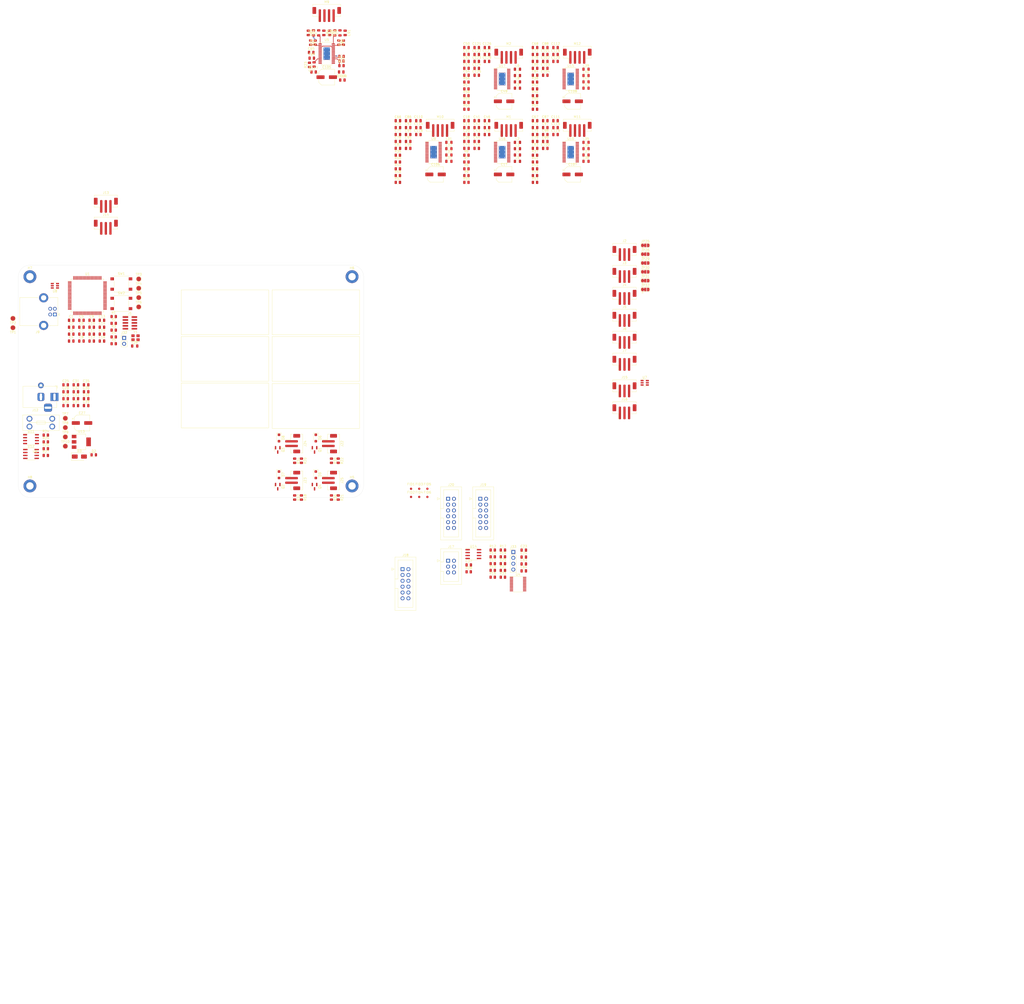
<source format=kicad_pcb>
(kicad_pcb (version 20221018) (generator pcbnew)
  (layers (0 "F.Cu" signal) (1 "In1.Cu" power) (2 "In2.Cu" power) (31 "B.Cu" signal) (34 "B.Paste" user) (35 "F.Paste" user) (36 "B.SilkS" user "B.Silkscreen") (37 "F.SilkS" user "F.Silkscreen") (38 "B.Mask" user) (39 "F.Mask" user) (44 "Edge.Cuts" user))
  (net 0 "")
  (net 1 "GND")
  (net 2 "/Microcontroller/PB14")
  (net 3 "/Microcontroller/PB15")
  (net 4 "/Microcontroller/PD9")
  (net 5 "/Motor control/Motor X/2B")
  (net 6 "/Motor control/Motor X/2A")
  (net 7 "/Motor control/Motor X/1A")
  (net 8 "/Motor control/Motor X/1B")
  (net 9 "/Microcontroller/PB1")
  (net 10 "/Microcontroller/PE7")
  (net 11 "/Microcontroller/PE9")
  (net 12 "/Motor control/Motor Z/2B")
  (net 13 "/Motor control/Motor Z/2A")
  (net 14 "/Motor control/Motor Z/1A")
  (net 15 "/Motor control/Motor Z/1B")
  (net 16 "/Microcontroller/PA4")
  (net 17 "/Microcontroller/PC4")
  (net 18 "+3V3")
  (net 19 "VDC")
  (net 20 "/Microcontroller/PB0")
  (net 21 "/Motor control/Motor left/2B")
  (net 22 "/Motor control/Motor left/2A")
  (net 23 "/Motor control/Motor left/1A")
  (net 24 "/Motor control/Motor left/1B")
  (net 25 "/Microcontroller/PE10")
  (net 26 "/Microcontroller/PE11")
  (net 27 "/Microcontroller/PE13")
  (net 28 "/Motor control/Motor right/2B")
  (net 29 "/Motor control/Motor right/2A")
  (net 30 "/Motor control/Motor right/1A")
  (net 31 "/Motor control/Motor right/1B")
  (net 32 "/Microcontroller/PD7")
  (net 33 "+5V")
  (net 34 "/Microcontroller/PD6")
  (net 35 "/Microcontroller/PA3")
  (net 36 "/Microcontroller/PE14")
  (net 37 "/Microcontroller/PE15")
  (net 38 "/Microcontroller/PB13")
  (net 39 "/Motor control/Motor Y/2B")
  (net 40 "VBUS")
  (net 41 "/Motor control/Motor Y/2A")
  (net 42 "/Motor control/Motor Y/1A")
  (net 43 "/Motor control/Motor Y/1B")
  (net 44 "/Microcontroller/NRST")
  (net 45 "/Microcontroller/BOOT0")
  (net 46 "/Microcontroller/SWCLK")
  (net 47 "/Microcontroller/SWDIO")
  (net 48 "/Limit switches/X")
  (net 49 "/Limit switches/Y")
  (net 50 "/Limit switches/Z")
  (net 51 "/Limit switches/L")
  (net 52 "/Limit switches/R")
  (net 53 "/Limit switches/A")
  (net 54 "/Lighting/DOWNWARDS")
  (net 55 "/Lighting/UPWARDS")
  (net 56 "/Microcontroller/PB10")
  (net 57 "/Microcontroller/PB11")
  (net 58 "/RS485/RS-485-")
  (net 59 "/RS485/RS-485+")
  (net 60 "/Aux headers/SCK")
  (net 61 "Net-(U1-PH0)")
  (net 62 "Net-(U1-PH1)")
  (net 63 "Net-(C30-Pad1)")
  (net 64 "/Aux headers/1_A2")
  (net 65 "/Aux headers/COPI")
  (net 66 "/Aux headers/1_A1")
  (net 67 "/Aux headers/CIPO")
  (net 68 "/Aux headers/1_PWM2")
  (net 69 "/Microcontroller/PB7_I2C1_SDA")
  (net 70 "/Aux headers/1_PWM1")
  (net 71 "/Microcontroller/PB6_I2C1_SCL")
  (net 72 "/Aux headers/2_A2")
  (net 73 "/Aux headers/2_A1")
  (net 74 "/Aux headers/2_PWM2")
  (net 75 "/Aux headers/2_PWM1")
  (net 76 "/Aux headers/3_A2")
  (net 77 "/Aux headers/3_A1")
  (net 78 "/Aux headers/3_PWM2")
  (net 79 "/Aux headers/3_PWM1")
  (net 80 "/Microcontroller/PD8")
  (net 81 "/Microcontroller/PE8")
  (net 82 "/Microcontroller/PC5")
  (net 83 "+3.3VA")
  (net 84 "/Microcontroller/PE12")
  (net 85 "/Microcontroller/PA2")
  (net 86 "/Microcontroller/PB12")
  (net 87 "/Microcontroller/BOOT1")
  (net 88 "/Microcontroller/PE2")
  (net 89 "/Microcontroller/PE3")
  (net 90 "/Microcontroller/PE4")
  (net 91 "/Microcontroller/PE5")
  (net 92 "Net-(U1-VCAP_1)")
  (net 93 "Net-(U1-VCAP_2)")
  (net 94 "Net-(U12-SS)")
  (net 95 "Net-(U12-COMP)")
  (net 96 "Net-(U12-BOOT)")
  (net 97 "Net-(D3-K)")
  (net 98 "Net-(D2-K)")
  (net 99 "Net-(D6-A)")
  (net 100 "Net-(D7-A)")
  (net 101 "Net-(D8-A)")
  (net 102 "Net-(D9-A)")
  (net 105 "/Microcontroller/PA10_USART1_RX")
  (net 106 "/Microcontroller/PA9_USART1_TX")
  (net 107 "/Microcontroller/PD12")
  (net 108 "/Microcontroller/PD11")
  (net 110 "Net-(J15-Pin_1)")
  (net 111 "Net-(J16-Pin_1)")
  (net 112 "/Vacuum sensors/SC1")
  (net 113 "/Vacuum sensors/SD1")
  (net 114 "/Vacuum sensors/SC0")
  (net 115 "/Vacuum sensors/SD0")
  (net 116 "/Power/VIN")
  (net 117 "/Limit switches/X_LIMIT")
  (net 118 "/Limit switches/Y_LIMIT")
  (net 119 "/Limit switches/Z_LIMIT")
  (net 120 "/Limit switches/L_LIMIT")
  (net 121 "/Limit switches/R_LIMIT")
  (net 122 "/Limit switches/A_LIMIT")
  (net 123 "Net-(Q1-G)")
  (net 124 "Net-(Q2-G)")
  (net 125 "Net-(Q3-G)")
  (net 126 "Net-(Q4-G)")
  (net 127 "Net-(U4-_INT1_)")
  (net 128 "/Limit switches/X_DIAG")
  (net 129 "/Limit switches/Y_DIAG")
  (net 130 "/Limit switches/Z_DIAG")
  (net 131 "/Limit switches/L_DIAG")
  (net 132 "/Limit switches/R_DIAG")
  (net 133 "/Limit switches/A_DIAG")
  (net 134 "/Vacuum sensors/SC2")
  (net 135 "/Vacuum sensors/SD2")
  (net 136 "Net-(U4-_INT0_)")
  (net 137 "Net-(U4-_RESET_)")
  (net 138 "/USB/D-")
  (net 139 "/USB/D+")
  (net 140 "/Power/POWER_SUPPLY")
  (net 141 "Net-(U12-VSENSE)")
  (net 142 "Net-(U4-_INT_)")
  (net 143 "Net-(U4-_INT3_)")
  (net 144 "Net-(U4-_INT2_)")
  (net 166 "Net-(U16-CPO)")
  (net 167 "Net-(U16-CPI)")
  (net 168 "Net-(U16-VCP)")
  (net 169 "Net-(U16-5VOUT)")
  (net 170 "Net-(U16-BRB)")
  (net 171 "Net-(U16-BRA)")
  (net 172 "/Motor control/Motor Aux/1B")
  (net 173 "/Motor control/Motor Aux/1A")
  (net 174 "/Motor control/Motor Aux/2A")
  (net 175 "/Motor control/Motor Aux/2B")
  (net 176 "Net-(U17-CPO)")
  (net 177 "Net-(U17-CPI)")
  (net 178 "Net-(U5-VCP)")
  (net 179 "Net-(U9-VCP)")
  (net 180 "Net-(U10-VCP)")
  (net 181 "Net-(U15-VCP)")
  (net 182 "Net-(U5-CPO)")
  (net 183 "Net-(U5-CPI)")
  (net 184 "Net-(U9-CPO)")
  (net 185 "Net-(U9-CPI)")
  (net 186 "Net-(U10-CPO)")
  (net 187 "Net-(U10-CPI)")
  (net 188 "Net-(U15-CPO)")
  (net 189 "Net-(U15-CPI)")
  (net 190 "Net-(U5-5VOUT)")
  (net 191 "Net-(U9-5VOUT)")
  (net 192 "Net-(U10-5VOUT)")
  (net 193 "Net-(U15-5VOUT)")
  (net 194 "Net-(U5-BRB)")
  (net 195 "Net-(U9-BRB)")
  (net 196 "Net-(U10-BRB)")
  (net 197 "Net-(U15-BRB)")
  (net 198 "Net-(U5-BRA)")
  (net 199 "Net-(U9-BRA)")
  (net 200 "Net-(U10-BRA)")
  (net 201 "Net-(U15-BRA)")
  (net 202 "Net-(U17-VCP)")
  (net 203 "Net-(U17-5VOUT)")
  (net 204 "Net-(U17-BRB)")
  (net 205 "Net-(U17-BRA)")
  (net 206 "Net-(U16-OB1)")
  (net 207 "Net-(U16-OA1)")
  (net 208 "Net-(U16-OA2)")
  (net 209 "Net-(U16-OB2)")
  (net 210 "Net-(U17-OB1)")
  (net 211 "Net-(U17-OA1)")
  (net 212 "Net-(U17-OA2)")
  (net 213 "Net-(U17-OB2)")
  (net 214 "Net-(U5-OB1)")
  (net 215 "Net-(U5-OA1)")
  (net 216 "Net-(U5-OA2)")
  (net 217 "Net-(U5-OB2)")
  (net 218 "Net-(U9-OB1)")
  (net 219 "Net-(U9-OA1)")
  (net 220 "Net-(U9-OA2)")
  (net 221 "Net-(U9-OB2)")
  (net 222 "Net-(U10-OB1)")
  (net 223 "Net-(U10-OA1)")
  (net 224 "Net-(U10-OA2)")
  (net 225 "Net-(U10-OB2)")
  (net 226 "Net-(U15-OB1)")
  (net 227 "Net-(U15-OA1)")
  (net 228 "Net-(U15-OA2)")
  (net 229 "Net-(U15-OB2)")
  (net 230 "Net-(U16-PDN_UART)")
  (net 231 "Net-(U5-PDN_UART)")
  (net 232 "Net-(U9-PDN_UART)")
  (net 233 "Net-(U10-PDN_UART)")
  (net 234 "Net-(U15-PDN_UART)")
  (net 235 "Net-(U17-PDN_UART)")
  (footprint "index:L_0805_2012Metric" (layer "F.Cu") (at 246.6825 -76.95)
    (fp_text reference "L42")
    (fp_text value "L_Ferrite")
  )
  (footprint "Capacitor_SMD:C_0805_2012Metric" (layer "F.Cu") (at 24.975 52.035)
    (fp_text reference "C31")
    (fp_text value "22p")
  )
  (footprint "Capacitor_SMD:C_0805_2012Metric" (layer "F.Cu") (at 22.95 33)
    (fp_text reference "C4")
    (fp_text value "10p")
  )
  (footprint "Capacitor_SMD:C_0805_2012Metric" (layer "F.Cu") (at 126 -101 -90)
    (fp_text reference "C92")
    (fp_text value "1n")
  )
  (footprint "Capacitor_SMD:C_0805_2012Metric" (layer "F.Cu") (at 219.6375 132.935)
    (fp_text reference "C64")
    (fp_text value "22u")
  )
  (footprint "Capacitor_SMD:C_0805_2012Metric" (layer "F.Cu") (at 224.5325 -91.61)
    (fp_text reference "C72")
    (fp_text value "22n")
  )
  (footprint "Capacitor_SMD:CP_Elec_6.3x7.7" (layer "F.Cu") (at 134 -81.75)
    (fp_text reference "C105")
    (fp_text value "100u")
  )
  (footprint "Diode_SMD:D_SMA" (layer "F.Cu") (at 26.49 83.225)
    (fp_text reference "D3")
    (fp_text value "SS34")
  )
  (footprint "Resistor_SMD:R_0805_2012Metric" (layer "F.Cu") (at 41.42 22.35)
    (fp_text reference "R1")
    (fp_text value "4k7")
  )
  (footprint "Connector_JST:JST_PH_B4B-PH-SM4-TB_1x04-1MP_P2.00mm_Vertical" (layer "F.Cu") (at 183.2825 -59.05)
    (fp_text reference "M10")
    (fp_text value "Stepper_Motor")
  )
  (footprint "Resistor_SMD:R_0805_2012Metric" (layer "F.Cu") (at 194.7125 -73.7)
    (fp_text reference "R58")
    (fp_text value "20k")
  )
  (footprint "Capacitor_SMD:C_0805_2012Metric" (layer "F.Cu") (at 224.5325 -59.81)
    (fp_text reference "C71")
    (fp_text value "22n")
  )
  (footprint "Fiducial:Fiducial_1mm_Mask2mm" (layer "F.Cu") (at 174.1875 97.225)
    (fp_text reference "FID3")
    (fp_text value "Fiducial")
  )
  (footprint "TestPoint:TestPoint_Pad_D2.0mm" (layer "F.Cu") (at -2.3775 27.2 180)
    (fp_text reference "TP1")
    (fp_text value "MD-_TestPoint")
  )
  (footprint "MountingHole:MountingHole_3.2mm_M3_DIN965_Pad" (layer "F.Cu") (at 5 5)
    (fp_text reference "H7")
    (fp_text value "MountingHole_Pad")
  )
  (footprint "Connector_IDC:IDC-Header_2x06_P2.54mm_Vertical" (layer "F.Cu") (at 166.9525 132.175)
    (fp_text reference "J18")
    (fp_text value "AUX")
  )
  (footprint "Diode_SMD:D_SOD-123F" (layer "F.Cu") (at 129.25 75.15 -90)
    (fp_text reference "D6")
    (fp_text value "SM4007")
  )
  (footprint "Capacitor_SMD:C_0805_2012Metric" (layer "F.Cu") (at 228.9825 -62.82)
    (fp_text reference "C87")
    (fp_text value "100n")
  )
  (footprint "Capacitor_SMD:C_0805_2012Metric" (layer "F.Cu") (at 203.6325 -59.81)
    (fp_text reference "C47")
    (fp_text value "1n")
  )
  (footprint "Resistor_SMD:R_0805_2012Metric" (layer "F.Cu") (at 126.5 -87.0875 90)
    (fp_text reference "R23")
    (fp_text value "10k")
  )
  (footprint "Capacitor_SMD:C_0805_2012Metric" (layer "F.Cu") (at 36.3 33)
    (fp_text reference "C16")
    (fp_text value "100n")
  )
  (footprint "Capacitor_SMD:C_0805_2012Metric" (layer "F.Cu") (at 173.8325 -59.81)
    (fp_text reference "C114")
    (fp_text value "100n")
  )
  (footprint "Capacitor_SMD:C_0805_2012Metric" (layer "F.Cu") (at 194.7325 -62.82)
    (fp_text reference "C18")
    (fp_text value "10u")
  )
  (footprint "index:L_0805_2012Metric" (layer "F.Cu") (at 187.0825 -45.15)
    (fp_text reference "L34")
    (fp_text value "L_Ferrite")
  )
  (footprint "Capacitor_SMD:C_0805_2012Metric" (layer "F.Cu") (at 228.9825 -59.81)
    (fp_text reference "C97")
    (fp_text value "1n")
  )
  (footprint "Capacitor_SMD:C_0805_2012Metric" (layer "F.Cu") (at 29.425 58.055)
    (fp_text reference "C38")
    (fp_text value "22u")
  )
  (footprint "Capacitor_SMD:C_0805_2012Metric" (layer "F.Cu") (at 199.1825 -59.81)
    (fp_text reference "C42")
    (fp_text value "4u7")
  )
  (footprint "TestPoint:TestPoint_Pad_D2.0mm" (layer "F.Cu") (at 20.395 78.725)
    (fp_text reference "TP10")
    (fp_text value "3V3_TestPoint")
  )
  (footprint "Capacitor_SMD:C_0805_2012Metric" (layer "F.Cu") (at 27.4 23.97)
    (fp_text reference "C5")
    (fp_text value "100n")
  )
  (footprint "Fiducial:Fiducial_1mm_Mask2mm" (layer "F.Cu") (at 170.6375 97.225)
    (fp_text reference "FID1")
    (fp_text value "Fiducial")
  )
  (footprint "TestPoint:TestPoint_Pad_D2.0mm" (layer "F.Cu") (at 20.395 66.575)
    (fp_text reference "TP7")
    (fp_text value "GND_TestPoint")
  )
  (footprint "Capacitor_SMD:C_0805_2012Metric" (layer "F.Cu") (at 24.975 55.045)
    (fp_text reference "C32")
    (fp_text value "100n")
  )
  (footprint "Resistor_SMD:R_0805_2012Metric" (layer "F.Cu") (at 41.42 25.3)
    (fp_text reference "R2")
    (fp_text value "4k7")
  )
  (footprint "Capacitor_SMD:C_0805_2012Metric" (layer "F.Cu") (at 20.525 55.045)
    (fp_text reference "C28")
    (fp_text value "10n")
  )
  (footprint "Connector_JST:JST_PH_B3B-PH-SM4-TB_1x03-1MP_P2.00mm_Vertical" (layer "F.Cu") (at 263.4 23.55)
    (fp_text reference "J5")
    (fp_text value "L_LIMIT")
  )
  (footprint "Capacitor_SMD:C_0805_2012Metric" (layer "F.Cu") (at 27.4 33)
    (fp_text reference "C8")
    (fp_text value "100n")
  )
  (footprint "TestPoint:TestPoint_Pad_D2.0mm" (layer "F.Cu") (at 52.29 14.1)
    (fp_text reference "TP5")
    (fp_text value "SWDIO_TestPoint")
  )
  (footprint "Resistor_SMD:R_0805_2012Metric" (layer "F.Cu") (at 224.5125 -67.8)
    (fp_text reference "R54")
    (fp_text value "20k")
  )
  (footprint "index:L_0805_2012Metric" (layer "F.Cu") (at 246.6825 -79.7)
    (fp_text reference "L41")
    (fp_text value "L_Ferrite")
  )
  (footprint "Capacitor_SMD:C_0805_2012Metric" (layer "F.Cu") (at 22.95 29.99)
    (fp_text reference "C3")
    (fp_text value "2u2")
  )
  (footprint "Capacitor_SMD:C_0805_2012Metric" (layer "F.Cu") (at 228.9825 -50.78)
    (fp_text reference "C100")
    (fp_text value "1n")
  )
  (footprint "Capacitor_SMD:C_0805_2012Metric" (layer "F.Cu") (at 20.525 61.065)
    (fp_text reference "C30")
    (fp_text value "2n2")
  )
  (footprint "Capacitor_SMD:C_0805_2012Metric" (layer "F.Cu") (at 203.6325 -62.82)
    (fp_text reference "C46")
    (fp_text value "1n")
  )
  (footprint "Connector_JST:JST_PH_B4B-PH-SM4-TB_1x04-1MP_P2.00mm_Vertical" (layer "F.Cu") (at 213.0825 -90.85)
    (fp_text reference "M2")
    (fp_text value "Stepper_Motor")
  )
  (footprint "Capacitor_SMD:C_0805_2012Metric" (layer "F.Cu") (at 224.5325 -85.59)
    (fp_text reference "C80")
    (fp_text value "100n")
  )
  (footprint "Capacitor_SMD:C_0805_2012Metric" (layer "F.Cu") (at 139.25 -96.75 -90)
    (fp_text reference "C85")
    (fp_text value "100n")
  )
  (footprint "Resistor_SMD:R_0805_2012Metric" (layer "F.Cu") (at 129 -96.75 90)
    (fp_text reference "R39")
    (fp_text value "120m")
  )
  (footprint "Capacitor_SMD:C_0805_2012Metric" (layer "F.Cu") (at 20.525 52.035)
    (fp_text reference "C25")
    (fp_text value "22u")
  )
  (footprint "Connector_IDC:IDC-Header_2x06_P2.54mm_Vertical" (layer "F.Cu") (at 186.7525 101.575)
    (fp_text reference "J20")
    (fp_text value "AUX")
  )
  (footprint "TestPoint:TestPoint_Pad_D2.0mm" (layer "F.Cu") (at 20.395 70.625)
    (fp_text reference "TP8")
    (fp_text value "VDC_TestPoint")
  )
  (footprint "Capacitor_SMD:C_0805_2012Metric" (layer "F.Cu") (at 22.95 23.97)
    (fp_text reference "C1")
    (fp_text value "2u2")
  )
  (footprint "TestPoint:TestPoint_Pad_D2.0mm" (layer "F.Cu") (at 52.29 10.05)
    (fp_text reference "TP4")
    (fp_text value "SWCLK_TestPoint")
  )
  (footprint "Capacitor_SMD:C_0805_2012Metric" (layer "F.Cu") (at 127.5 -90)
    (fp_text reference "C69")
    (fp_text value "22n")
  )
  (footprint "index:L_0805_2012Metric" (layer "F.Cu") (at 216.8825 -47.9)
    (fp_text reference "L4")
    (fp_text value "L_Ferrite")
  )
  (footprint "index:L_0805_2012Metric" (layer "F.Cu") (at 187.0825 -53.4)
    (fp_text reference "L31")
    (fp_text value "L_Ferrite")
  )
  (footprint "Fiducial:Fiducial_1mm_Mask2mm" (layer "F.Cu") (at 170.6375 100.775)
    (fp_text reference "FID2")
    (fp_text value "Fiducial")
  )
  (footprint "Capacitor_SMD:C_0805_2012Metric" (layer "F.Cu") (at 194.7325 -85.59)
    (fp_text reference "C53")
    (fp_text value "100n")
  )
  (footprint "Capacitor_SMD:C_0805_2012Metric" (layer "F.Cu") (at 164.9325 -59.81)
    (fp_text reference "C70")
    (fp_text value "22n")
  )
  (footprint "Connector_JST:JST_PH_B4B-PH-SM4-TB_1x04-1MP_P2.00mm_Vertical" (layer "F.Cu") (at 134 -109)
    (fp_text reference "M9")
    (fp_text value "Stepper_Motor")
  )
  (footprint "Capacitor_SMD:C_0805_2012Metric" (layer "F.Cu") (at 24.975 58.055)
    (fp_text reference "C33")
    (fp_text value "22u")
  )
  (footprint "Capacitor_SMD:C_0805_2012Metric" (layer "F.Cu") (at 164.9325 -62.82)
    (fp_text reference "C66")
    (fp_text value "100n")
  )
  (footprint "Resistor_SMD:R_0805_2012Metric" (layer "F.Cu") (at 41.42 28.25)
    (fp_text reference "R3")
    (fp_text value "10k")
  )
  (footprint "Capacitor_SMD:C_0805_2012Metric" (layer "F.Cu") (at 31.85 26.98)
    (fp_text reference "C10")
    (fp_text value "100n")
  )
  (footprint "Connector_USB:USB_B_Lumberg_2411_02_Horizontal" (layer "F.Cu") (at 15.8275 21.45 180)
    (fp_text reference "J9")
    (fp_text value "USB_B")
  )
  (footprint "Capacitor_SMD:C_0805_2012Metric" (layer "F.Cu") (at 29.425 61.065)
    (fp_text reference "C39")
    (fp_text value "22u")
  )
  (footprint "Capacitor_SMD:CP_Elec_6.3x7.7" (layer "F.Cu") (at 240.8825 -71.25)
    (fp_text reference "C108")
    (fp_text value "100u")
  )
  (footprint "Jumper:SolderJumper-3_P1.3mm_Bridged12_RoundedPad1.0x1.5mm" (layer "F.Cu") (at 272.45 2.905)
    (fp_text reference "JP30")
    (fp_text value "L_LIMIT_SELECT")
  )
  (footprint "Capacitor_SMD:C_0805_2012Metric" (layer "F.Cu") (at 228.9825 -94.62)
    (fp_text reference "C88")
    (fp_text value "100n")
  )
  (footprint "index:L_0805_2012Metric" (layer "F.Cu") (at 216.8825 -50.65)
    (fp_text reference "L3")
    (fp_text value "L_Ferrite")
  )
  (footprint "Connector_IDC:IDC-Header_2x06_P2.54mm_Vertical" (layer "F.Cu") (at 200.7325 101.575)
    (fp_text reference "J19")
    (fp_text value "AUX")
  )
  (footprint "Package_SO:SOIC-8_3.9x4.9mm_P1.27mm" (layer "F.Cu") (at 197.7175 125.625)
    (fp_text reference "U14")
    (fp_text value "MAX3078E")
  )
  (footprint "Capacitor_SMD:C_0805_2012Metric" (layer "F.Cu") (at 29.425 55.045)
    (fp_text reference "C36")
    (fp_text value "22u")
  )
  (footprint "Capacitor_SMD:CP_Elec_6.3x7.7" (layer "F.Cu") (at 27.645 68.625)
    (fp_text reference "C27")
    (fp_text value "100u")
  )
  (footprint "Capacitor_SMD:C_0805_2012Metric" (layer "F.Cu") (at 128.5 -87.25 90)
    (fp_text reference "C73")
    (fp_text value "4u7")
  )
  (footprint "index:L_0805_2012Metric" (layer "F.Cu") (at 246.6825 -47.9)
    (fp_text reference "L37")
    (fp_text value "L_Ferrite")
  )
  (footprint "index:L_0805_2012Metric" (layer "F.Cu") (at 130.5 -101 90)
    (fp_text reference "L27")
    (fp_text value "L_Ferrite")
  )
  (footprint "Capacitor_SMD:C_0805_2012Metric" (layer "F.Cu") (at 199.1825 -50.78)
    (fp_text reference "C45")
    (fp_text value "1n")
  )
  (footprint "Connector_JST:JST_PH_B3B-PH-SM4-TB_1x03-1MP_P2.00mm_Vertical" (layer "F.Cu") (at 38 -26.05)
    (fp_text reference "J13")
    (fp_text value "DOWNWARDS_LIGHT")
  )
  (footprint "Capacitor_SMD:C_0805_2012Metric" (layer "F.Cu") (at 31.85 23.97)
    (fp_text reference "C9")
    (fp_text value "100n")
  )
  (footprint "Capacitor_SMD:C_0805_2012Metric" (layer "F.Cu") (at 228.9825 -82.58)
    (fp_text reference "C104")
    (fp_text value "1n")
  )
  (footprint "Capacitor_SMD:C_0805_2012Metric" (layer "F.Cu") (at 142 -101 -90)
    (fp_text reference "C91")
    (fp_text value "1n")
  )
  (footprint "index:L_0805_2012Metric" (layer "F.Cu") (at 216.8825 -45.15)
    (fp_text reference "L5")
    (fp_text value "L_Ferrite")
  )
  (footprint "Package_TO_SOT_SMD:SOT-23" (layer "F.Cu") (at 112.7 80.315 -90)
    (fp_text reference "Q3")
    (fp_text value "AO3400A")
  )
  (footprint "Resistor_SMD:R_0805_2012Metric" (layer "F.Cu") (at 194.7125 -36)
    (fp_text reference "R55")
    (fp_text value "120m")
  )
  (footprint "Resistor_SMD:R_0805_2012Metric" (layer "F.Cu") (at 194.7125 -44.85)
    (fp_text reference "R7")
    (fp_text value "10k")
  )
  (footprint "Resistor_SMD:R_0805_2012Metric" (layer "F.Cu") (at 194.7125 -41.9)
    (fp_text reference "R8")
    (fp_text value "20k")
  )
  (footprint "Resistor_SMD:R_0805_2012Metric" (layer "F.Cu") (at 224.5125 -79.6)
    (fp_text reference "R38")
    (fp_text value "10k")
  )
  (footprint "Capacitor_SMD:C_0805_2012Metric" (layer "F.Cu") (at 233.4325 -59.81)
    (fp_text reference "C115")
    (fp_text value "100n")
  )
  (footprint "Package_SO:HTSSOP-28-1EP_4.4x9.7mm_P0.65mm_EP2.85x5.4mm_ThermalVias" (layer "F.Cu") (at 240.0325 -49.15)
    (fp_text reference "U10")
    (fp_text value "TMC2226")
  )
  (footprint "Capacitor_SMD:C_0805_2012Metric" (layer "F.Cu") (at 127 -96.75 -90)
    (fp_text reference "C81")
    (fp_text value "100n")
  )
  (footprint "Capacitor_SMD:C_0805_2012Metric" (layer "F.Cu") (at 164.9325 -53.79)
    (fp_text reference "C78")
    (fp_text value "100n")
  )
  (footprint "index:L_0805_2012Metric" (layer "F.Cu") (at 246.6825 -82.45)
    (fp_text reference "L40")
    (fp_text value "L_Ferrite")
  )
  (footprint "Resistor_SMD:R_0805_2012Metric" (layer "F.Cu") (at 41.42 34.15)
    (fp_text reference "R5")
    (fp_text value "10k")
  )
  (footprint "index:L_0805_2012Metric" (layer "F.Cu") (at 216.8825 -85.2)
    (fp_text reference "L6")
    (fp_text value "L_Ferrite")
  )
  (footprint "Capacitor_SMD:C_0805_2012Metric" (layer "F.Cu") (at 36.3 26.98)
    (fp_text reference "C14")
    (fp_text value "2u2")
  )
  (footprint "Package_SO:SO-8_3.9x4.9mm_P1.27mm" (layer "F.Cu") (at 5.475 75.645)
    (fp_text reference "U11")
    (fp_text value "FDS4435BZ")
  )
  (footprint "Diode_SMD:D_SOD-123F" (layer "F.Cu") (at 113.25 91.15 -90)
    (fp_text reference "D7")
    (fp_text value "SM4007")
  )
  (footprint "Button_Switch_SMD:SW_SPST_B3S-1000" (layer "F.Cu") (at 44.74 16.65)
    (fp_text reference "SW2")
    (fp_text value "SW_Push")
  )
  (footprint "Capacitor_SMD:CP_Elec_6.3x7.7" (layer "F.Cu") (at 211.0825 -39.45)
    (fp_text reference "C17")
    (fp_text value "100u")
  )
  (footprint "Resistor_SMD:R_0805_2012Metric" (layer "F.Cu") (at 206.1475 129.775)
    (fp_text reference "R14")
    (fp_text value "10k")
  )
  (footprint "TestPoint:TestPoint_Pad_D2.0mm" (layer "F.Cu") (at 52.29 18.15)
    (fp_text reference "TP6")
    (fp_text value "BOOT0_TestPoint")
  )
  (footprint "Capacitor_SMD:C_0805_2012Metric" (layer "F.Cu") (at 195.7175 130.355)
    (fp_text reference "C37")
    (fp_text value "100n")
  )
  (footprint "Resistor_SMD:R_0805_2012Metric" (layer "F.Cu") (at 224.5125 -38.95)
    (fp_text reference "R49")
    (fp_text value "1k")
  )
  (footprint "Resistor_SMD:R_0805_2012Metric" (layer "F.Cu") (at 194.7125 -79.6)
    (fp_text reference "R56")
    (fp_text value "1k")
  )
  (footprint "Connector_JST:JST_PH_B2B-PH-SM4-TB_1x02-1MP_P2.00mm_Vertical" (layer "F.Cu") (at 119.2 77.605 -90)
    (fp_text reference "J24")
    (fp_text value "Mosfet")
  )
  (footprint "index:L_0805_2012Metric" (layer "F.Cu") (at 50.55 35.15)
    (fp_text reference "L26")
    (fp_text value "L_Ferrite")
  )
  (footprint "Resistor_SMD:R_0805_2012Metric" (layer "F.Cu") (at 210.5575 129.775)
    (fp_text reference "R29")
    (fp_text value "10k")
  )
  (footprint "Resistor_SMD:R_0805_2012Metric" (layer "F.Cu") (at 224.5125 -41.9)
    (fp_text reference "R45")
    (fp_text value "120m")
  )
  (footprint "Package_SO:HTSSOP-28-1EP_4.4x9.7mm_P0.65mm_EP2.85x5.4mm_ThermalVias" (layer "F.Cu") (at 210.2325 -80.95)
    (fp_text reference "U17")
    (fp_text value "TMC2226")
  )
  (footprint "Capacitor_SMD:C_0805_2012Metric" (layer "F.Cu") (at 27.4 29.99)
    (fp_text reference "C7")
    (fp_text value "2u2")
  )
  (footprint "Connector_JST:JST_PH_B3B-PH-SM4-TB_1x03-1MP_P2.00mm_Vertical" (layer "F.Cu") (at 263.4 42.65)
    (fp_text reference "J7")
    (fp_text value "A_LIMIT")
  )
  (footprint "Capacitor_SMD:C_0805_2012Metric" (layer "F.Cu") (at 199.1825 -56.8)
    (fp_text reference "C43")
    (fp_text value "100n")
  )
  (footprint "Capacitor_SMD:C_0805_2012Metric" (layer "F.Cu") (at 140.3 -84 180)
    (fp_text reference "C113")
    (fp_text value "100n")
  )
  (footprint "Capacitor_SMD:C_0805_2012Metric" (layer "F.Cu") (at 199.1825 -91.61)
    (fp_text reference "C122")
    (fp_text value "4u7")
  )
  (footprint "Capacitor_SMD:C_0805_2012Metric" (layer "F.Cu") (at 128.3 -84)
    (fp_text reference "C117")
    (fp_text value "10u")
  )
  (footprint "Connector_JST:JST_PH_B4B-PH-SM4-TB_1x04-1MP_P2.00mm_Vertical" (layer "F.Cu") (at 213.0825 -59.05)
    (fp_text reference "M1")
    (fp_text value "Stepper_Motor")
  )
  (footprint "Capacitor_SMD:C_0805_2012Metric" (layer "F.Cu") (at 20.525 58.055)
    (fp_text reference "C29")
    (fp_text value "10n")
  )
  (footprint "Capacitor_SMD:C_0805_2012Metric" (layer "F.Cu") (at 194.7325 -56.8)
    (fp_text reference "C20")
    (fp_text value "100n")
  )
  (footprint "Capacitor_SMD:C_0805_2012Metric" (layer "F.Cu") (at 228.9825 -85.59)
    (fp_text reference "C103")
    (fp_text value "1n")
  )
  (footprint "Capacitor_SMD:CP_Elec_6.3x7.7" (layer "F.Cu") (at 240.8825 -39.45)
    (fp_text reference "C107")
    (fp_text value "100u")
  )
  (footprint "Capacitor_SMD:C_0805_2012Metric" (layer "F.Cu") (at 169.3825 -59.81)
    (fp_text reference "C93")
    (fp_text value "1n")
  )
  (footprint "Connector_JST:JST_PH_B4B-PH-SM4-TB_1x04-1MP_P2.00mm_Vertical" (layer "F.Cu") (at 242.8825 -90.85)
    (fp_text reference "M12")
    (fp_text value "Stepper_Motor")
  )
  (footprint "Package_TO_SOT_SMD:SOT-23-6" (layer "F.Cu") (at 15.8625 8.95 180)
    (fp_text reference "U8")
    (fp_text value "SRV05-4")
  )
  (footprint "Capacitor_SMD:C_0805_2012Metric" (layer "F.Cu") (at 228.9825 -91.61)
    (fp_text reference "C101")
    (fp_text value "1n")
  )
  (footprint "Capacitor_SMD:C_0805_2012Metric" (layer "F.Cu") (at 36.3 23.97)
    (fp_text reference "C13")
    (fp_text value "100n")
  )
  (footprint "Capacitor_SMD:C_0805_2012Metric" (layer "F.Cu") (at 173.8325 -56.8)
    (fp_text reference "C118")
    (fp_text value "10u")
  )
  (footprint "Resistor_SMD:R_0805_2012Metric" (layer "F.Cu") (at 206.1475 123.875)
    (fp_text reference "R12")
    (fp_text value "4k7")
  )
  (footprint "Connector_PinHeader_1.27mm:PinHeader_2x05_P1.27mm_Vertical_SMD" (layer "F.Cu") (at 48.45 25.1)
    (fp_text reference "J1")
    (fp_text value "SWD Header")
  )
  (footprint "Capacitor_SMD:C_0805_2012Metric" (layer "F.Cu") (at 22.95 26.98)
    (fp_text reference "C2")
    (fp_text value "10p")
  )
  (footprint "Capacitor_SMD:C_0805_2012Metric" (layer "F.Cu") (at 199.1825 -85.59)
    (fp_text reference "C124")
    (fp_text value "100n")
  )
  (footprint "Resistor_SMD:R_0805_2012Metric" (layer "F.Cu") (at 164.9125 -44.85)
    (fp_text reference "R40")
    (fp_text value "120m")
  )
  (footprint "Resistor_SMD:R_0805_2012Metric" (layer "F.Cu") (at 11.905 82.745)
    (fp_text reference "R27")
    (fp_text value "1k91")
  )
  (footprint "Capacitor_SMD:C_0805_2012Metric" (layer "F.Cu") (at 127.25 -92.5)
    (fp_text reference "C65")
    (fp_text value "100n")
  )
  (footprint "Capacitor_SMD:C_0805_2012Metric" (layer "F.Cu") (at 233.4325 -94.62)
    (fp_text reference "C112")
    (fp_text value "100n")
  )
  (footprint "Resistor_SMD:R_0805_2012Metric" (layer "F.Cu") (at 224.5125 -70.75)
    (fp_text reference "R50")
    (fp_text value "1k")
  )
  (footprint "Resistor_SMD:R_0805_2012Metric" (layer "F.Cu") (at 224.5125 -44.85)
    (fp_text reference "R41")
    (fp_text value "120m")
  )
  (footprint "Capacitor_SMD:C_0805_2012Metric" (layer "F.Cu") (at 169.3825 -56.8)
    (fp_text reference "C94")
    (fp_text value "1n")
  )
  (footprint "Resistor_SMD:R_0805_2012Metric" (layer "F.Cu") (at 206.1475 132.725)
    (fp_text reference "R15")
    (fp_text value "4k7")
  )
  (footprint "Resistor_SMD:R_0805_2012Metric" (layer "F.Cu") (at 224.5125 -36)
    (fp_text reference "R53")
    (fp_text value "20k")
  )
  (footprint "Resistor_SMD:R_0805_2012Metric" (layer "F.Cu") (at 164.9125 -47.8)
    (fp_text reference "R35")
    (fp_text value "10k")
  )
  (footprint "Resistor_SMD:R_0805_2012Metric" (layer "F.Cu") (at 164.9125 -38.95)
    (fp_text reference "R48")
    (fp_text value "1k")
  )
  (footprint "Capacitor_SMD:C_0805_2012Metric" (layer "F.Cu") (at 27.4 26.98)
    (fp_text reference "C6")
    (fp_text value "2u2")
  )
  (footprint "Connector_PinHeader_2.54mm:PinHeader_1x04_P2.54mm_Vertical" (layer "F.Cu") (at 215.0875 124.725)
    (fp_text reference "J33")
    (fp_text value "I2C_AUX")
  )
  (footprint "index:L_0805_2012Metric" (layer "F.Cu") (at 246.6825 -53.4)
    (fp_text reference "L35")
    (fp_text value "L_Ferrite")
  )
  (footprint "Resistor_SMD:R_0805_2012Metric" (layer "F.Cu") (at 139 101.035 -90)
    (fp_text reference "R21")
    (fp_text value "120R")
  )
  (footprint "Fiducial:Fiducial_1mm_Mask2mm" (layer "F.Cu") (at 174.1875 100.775)
    (fp_text reference "FID4")
    (fp_text value "Fiducial")
  )
  (footprint "LED_SMD:LED_0805_2012Metric" (layer "F.Cu") (at 32.755 82.47)
    (fp_text reference "D2")
    (fp_text value "Yellow")
  )
  (footprint "Capacitor_SMD:C_0805_2012Metric" (layer "F.Cu") (at 228.9825 -88.6)
    (fp_text reference "C102")
    (fp_text value "1n")
  )
  (footprint "Capacitor_SMD:C_0805_2012Metric" (layer "F.Cu") (at 132.75 -101 -90)
    (fp_text reference "C89")
    (fp_text value "1n")
  )
  (footprint "Capacitor_SMD:C_0805_2012Metric" (layer "F.Cu") (at 224.5325 -94.62)
    (fp_text reference "C68")
    (fp_text value "100n")
  )
  (footprint "Capacitor_SMD:C_0805_2012Metric" (layer "F.Cu") (at 24.975 61.065)
    (fp_text reference "C34")
    (fp_text value "22u")
  )
  (footprint "Connector_JST:JST_PH_B3B-PH-SM4-TB_1x03-1MP_P2.00mm_Vertical" (layer "F.Cu") (at 263.4 -5.1)
    (fp_text reference "J2")
    (fp_text value "X_LIMIT")
  )
  (footprint "Capacitor_SMD:C_0805_2012Metric" (layer "F.Cu") (at 169.3825 -53.79)
    (fp_text reference "C95")
    (fp_text value "1n")
  )
  (footprint "Connector_JST:JST_PH_B2B-PH-SM4-TB_1x02-1MP_P2.00mm_Vertical" (layer "F.Cu") (at 135.2 77.605 -90)
    (fp_text reference "J22")
    (fp_text value "Mosfet")
  )
  (footprint "Capacitor_SMD:C_0805_2012Metric" (layer "F.Cu") (at 219.6375 123.905)
    (fp_text reference "C23")
    (fp_text value "100n")
  )
  (footprint "Resistor_SMD:R_0805_2012Metric" (layer "F.Cu") (at 139 85.035 -90)
    (fp_text reference "R22")
    (fp_text value "120R")
  )
  (footprint "Capacitor_SMD:C_0805_2012Metric" (layer "F.Cu") (at 194.7325 -88.6)
    (fp_text reference "C52")
    (fp_text value "100n")
  )
  (footprint "Capacitor_SMD:C_0805_2012Metric" (layer "F.Cu") (at 228.9825 -56.8)
    (fp_text reference "C98")
    (fp_text value "1n")
  )
  (footprint "Capacitor_SMD:C_0805_2012Metric" (layer "F.Cu") (at 203.6325 -56.8)
    (fp_text reference "C48")
    (fp_text value "1n")
  )
  (footprint "Package_TO_SOT_SMD:SOT-23" (layer "F.Cu") (at 128.7 96.315 -90)
    (fp_text reference "Q4")
    (fp_text value "AO3400A")
  )
  (footprint "index:L_0805_2012Metric" (layer "F.Cu") (at 246.6825 -45.15)
    (fp_text reference "L38")
    (fp_text value "L_Ferrite")
  )
  (footprint "Capacitor_SMD:C_0805_2012Metric" (layer "F.Cu") (at 29.425 52.035)
    (fp_text reference "C35")
    (fp_text value "22u")
  )
  (footprint "index:L_0805_2012Metric" (layer "F.Cu") (at 246.6825 -50.65)
    (fp_text reference "L36")
    (fp_text value "L_Ferrite")
  )
  (footprint "Package_TO_SOT_SMD:SOT-23" (layer "F.Cu") (at 128.7 80.315 -90)
    (fp_text reference "Q1")
    (fp_text value "AO3400A")
  )
  (footprint "Capacitor_SMD:C_0805_2012Metric" (layer "F.Cu") (at 219.6375 129.925)
    (fp_text reference "C63")
    (fp_text value "100n")
  )
  (footprint "index:L_0805_2012Metric" (layer "F.Cu") (at 216.8825 -76.95)
    (fp_text reference "L9")
    (fp_text value "L_Ferrite")
  )
  (footprint "Resistor_SMD:R_0805_2012Metric" (layer "F.Cu") (at 120.05 85.035 -90)
    (fp_text reference "R34")
    (fp_text value "10k")
  )
  (footprint "Jumper:SolderJumper-3_P1.3mm_Bridged12_RoundedPad1.0x1.5mm" (layer "F.Cu") (at 272.45 6.74)
    (fp_text reference "JP31")
    (fp_text value "R_LIMIT_SELECT")
  )
  (footprint "Capacitor_SMD:C_0805_2012Metric" (layer "F.Cu") (at 199.1825 -88.6)
    (fp_text reference "C123")
    (fp_text value "100n")
  )
  (footprint "MountingHole:MountingHole_3.2mm_M3_DIN965_Pad" (layer "F.Cu") (at 145 96)
    (fp_text reference "H5")
    (fp_text value "MountingHole_Pad")
  )
  (footprint "Capacitor_SMD:C_0805_2012Metric" (layer "F.Cu") (at 224.5325 -50.78)
    (fp_text reference "C83")
    (fp_text value "100n")
  )
  (footprint "Resistor_SMD:R_0805_2012Metric" (layer "F.Cu") (at 120.05 101.035 -90)
    (fp_text reference "R32")
    (fp_text value "10k")
  )
  (footprint "Capacitor_SMD:C_0805_2012Metric" (layer "F.Cu") (at 169.3825 -62.82)
    (fp_text reference "C86")
    (fp_text value "100n")
  )
  (footprint "Connector_JST:JST_PH_B3B-PH-SM4-TB_1x03-1MP_P2.00mm_Vertical" (layer "F.Cu") (at 263.4 14)
    (fp_text reference "J4")
    (fp_text value "Z_LIMIT")
  )
  (footprint "Capacitor_SMD:C_0805_2012Metric" (layer "F.Cu") (at 194.7325 -53.79)
    (fp_text reference "C26")
    (fp_text value "100n")
  )
  (footprint "Resistor_SMD:R_0805_2012Metric" (layer "F.Cu") (at 140.4125 -88.75)
    (fp_text reference "R51")
    (fp_text value "20k")
  )
  (footprint "Package_TO_SOT_SMD:SOT-23-6" (layer "F.Cu") (at 272.2 51.15)
    (fp_text reference "U7")
    (fp_text value "SN74LVC2G34")
  )
  (footprint "Capacitor_SMD:C_0805_2012Metric" (layer "F.Cu") (at 199.1825 -82.58)
    (fp_text reference "C125")
    (fp_text value "1n")
  )
  (footprint "Jumper:SolderJumper-3_P1.3mm_Bridged12_RoundedPad1.0x1.5mm" (layer "F.Cu") (at 272.45 10.575)
    (fp_text reference "JP32")
    (fp_text value "A_LIMIT_SELECT")
  )
  (footprint "Resistor_SMD:R_0805_2012Metric" (layer "F.Cu") (at 194.7125 -76.65)
    (fp_text reference "R57")
    (fp_text value "10k")
  )
  (footprint "Capacitor_SMD:C_0805_2012Metric" (layer "F.Cu") (at 135.25 -101 -90)
    (fp_text reference "C90")
    (fp_text value "1n")
  )
  (footprint "Resistor_SMD:R_0805_2012Metric" (layer "F.Cu") (at 206.1475 126.825)
    (fp_text reference "R13")
    (fp_text value "4k7")
  )
  (footprint "Jumper:SolderJumper-3_P1.3mm_Bridged12_RoundedPad1.0x1.5mm" (layer "F.Cu") (at 272.45 -0.93)
    (fp_text reference "JP29")
    (fp_text value "Z_LIMIT_SELECT")
  )
  (footprint "Diode_SMD:D_SOD-123F" (layer "F.Cu") (at 129.25 91.15 -90)
    (fp_text reference "D9")
    (fp_text value "SM4007")
  )
  (footprint "Package_TO_SOT_SMD:SOT-223-3_TabPin2" (layer "F.Cu") (at 27.345 76.825)
    (fp_text reference "U13")
    (fp_text value "AP1117-33")
  )
  (footprint "Capacitor_SMD:C_0805_2012Metric" (layer "F.Cu") (at 194.7325 -82.58)
    (fp_text reference "C54")
    (fp_text value "22n")
  )
  (footprint "Resistor_SMD:R_0805_2012Metric" (layer "F.Cu") (at 11.905 79.795)
    (fp_text reference "R26")
    (fp_text value "10k")
  )
  (footprint "Resistor_SMD:R_0805_2012Metric" (layer "F.Cu") (at 210.5575 126.825)
    (fp_text reference "R19")
    (fp_text value "10k")
  )
  (footprint "Capacitor_SMD:C_0805_2012Metric" (layer "F.Cu") (at 199.1825 -62.82)
    (fp_text reference "C41")
    (fp_text value "100n")
  )
  (footprint "Capacitor_SMD:C_0805_2012Metric" (layer "F.Cu") (at 36.3 29.99)
    (fp_text reference "C15")
    (fp_text value "100n")
  )
  (footprint "Capacitor_SMD:C_0805_2012Metric" (layer "F.Cu") (at 224.5325 -82.58)
    (fp_text reference "C84")
    (fp_text value "100n")
  )
  (footprint "Capacitor_SMD:C_0805_2012Metric" (layer "F.Cu") (at 224.5325 -62.82)
    (fp_text reference "C67")
    (fp_text value "100n")
  )
  (footprint "Resistor_SMD:R_0805_2012Metric" (layer "F.Cu") (at 195.6975 133.335)
    (fp_text reference "R28")
    (fp_text value "120R")
  )
  (footprint "Capacitor_SMD:C_0805_2012Metric" (layer "F.Cu") (at 224.5325 -56.8)
    (fp_text reference "C75")
    (fp_text value "4u7")
  )
  (footprint "Package_SO:HTSSOP-28-1EP_4.4x9.7mm_P0.65mm_EP2.85x5.4mm_ThermalVias" (layer "F.Cu") (at 134 -92)
    (fp_text reference "U5")
    (fp_text value "TMC2226")
  )
  (footprint "Capacitor_SMD:C_0805_2012Metric" (layer "F.Cu") (at 199.1825 -53.79)
    (fp_text reference "C44")
    (fp_text value "100n")
  )
  (footprint "Capacitor_SMD:C_0805_2012Metric" (layer "F.Cu") (at 203.6325 -94.62)
    (fp_text reference "C126")
    (fp_text value "1n")
  )
  (footprint "Capacitor_SMD:C_0805_2012Metric" (layer "F.Cu") (at 194.7325 -94.62)
    (fp_text reference "C50")
    (fp_text value "10u")
  )
  (footprint "index:L_0805_2012Metric" (layer "F.Cu") (at 137.5 -101 90)
    (fp_text reference "L28")
    (fp_text value "L_Ferrite")
  )
  (footprint "Package_SO:HTSSOP-28-1EP_4.4x9.7mm_P0.65mm_EP2.85x5.4mm_ThermalVias" (layer "F.Cu") (at 240.0325 -80.95)
    (fp_text reference "U15")
    (fp_text value "TMC2226")
  )
  (footprint "Resistor_SMD:R_0805_2012Metric" (layer "F.Cu") (at 210.5575 123.875)
    (fp_text reference "R17")
    (fp_text value "10k")
  )
  (footprint "TestPoint:TestPoint_Pad_D2.0mm" (layer "F.Cu") (at -2.3775 23.15 180)
    (fp_text reference "TP2")
    (fp_text value "MD+_TestPoint")
  )
  (footprint "TestPoint:TestPoint_Pad_D2.0mm" (layer "F.Cu") (at 52.29 6)
    (fp_text reference "TP3")
    (fp_text value "RESET_TestPoint")
  )
  (footprint "Resistor_SMD:R_0805_2012Metric" (layer "F.Cu") (at 194.7125 -67.8)
    (fp_text reference "R60")
    (fp_text value "120m")
  )
  (footprint "Connector_IDC:IDC-Header_2x03_P2.54mm_Vertical" (layer "F.Cu") (at 186.7525 128.525)
    (fp_text reference "J17")
    (fp_text value "Feeders")
  )
  (footprint "Connector_JST:JST_PH_B2B-PH-SM4-TB_1x02-1MP_P2.00mm_Vertical" (layer "F.Cu") (at 119.2 93.605 -90)
    (fp_text reference "J23")
    (fp_text value "Mosfet")
  )
  (footprint "Capacitor_SMD:C_0805_2012Metric" (layer "F.Cu") (at 219.6375 126.915)
    (fp_text reference "C24")
    (fp_text value "100n")
  )
  (footprint "Capacitor_SMD:C_0805_2012Metric" (layer "F.Cu") (at 169.3825 -50.78)
    (fp_text reference "C96")
    (fp_text value "1n")
  )
  (footprint "Resistor_SMD:R_0805_2012Metric" (layer "F.Cu") (at 194.7125 -38.95)
    (fp_text reference "R9")
    (fp_text value "120m")
  )
  (footprint "index:L_0805_2012Metric" (layer "F.Cu") (at 187.0825 -50.65)
    (fp_text reference "L32")
    (fp_text value "L_Ferrite")
  )
  (footprint "Capacitor_SMD:C_0805_2012Metric" (layer "F.Cu") (at 164.9325 -50.78)
    (fp_text reference "C82")
    (fp_text value "100n")
  )
  (footprint "Capacitor_SMD:C_0805_2012Metric" (layer "F.Cu") (at 140.4125 -90.75 180)
    (fp_text reference "C77")
    (fp_text value "100n")
  )
  (footprint "Connector_JST:JST_PH_B3B-PH-SM4-TB_1x03-1MP_P2.00mm_Vertical" (layer "F.Cu") (at 38 -16.5)
    (fp_text reference "J14")
    (fp_text value "UPWARDS_LIGHT")
  )
  (footprint "Fiducial:Fiducial_1mm_Mask2mm" (layer "F.Cu") (at 177.7375 100.775)
    (fp_text reference "FID6")
    (fp_text value "Fiducial")
  )
  (footprint "index:BarrelJack_Horizontal" (layer "F.Cu") (at 15.775 57.28)
    (fp_text reference "J12")
    (fp_text value "COMBO_POWER_JACK")
  )
  (footprint "Capacitor_SMD:C_0805_2012Metric" (layer "F.Cu") (at 31.85 33)
    (fp_text reference "C12")
    (fp_text value "100n")
  )
  (footprint "index:L_0805_2012Metric" (layer "F.Cu") (at 246.6825 -85.2)
    (fp_text reference "L39")
    (fp_text value "L_Ferrite")
  )
  (footprint "Resistor_SMD:R_0805_2012Metric" (layer "F.Cu") (at 164.9125 -36)
    (fp_text reference "R52")
    (fp_text value "20k")
  )
  (footprint "index:L_0805_2012Metric" (layer "F.Cu") (at 216.8825 -79.7)
    (fp_text reference "L8")
    (fp_text value "L_Ferrite")
  )
  (footprint "Connector_JST:JST_PH_B3B-PH-SM4-TB_1x03-1MP_P2.00mm_Vertical" (layer "F.Cu") (at 263.4 4.45)
    (fp_text reference "J3")
    (fp_text value "Y_LIMIT")
  )
  (footprint "Jumper:SolderJumper-3_P1.3mm_Bridged12_RoundedPad1.0x1.5mm" (layer "F.Cu") (at 272.45 -4.765)
    (fp_text reference "JP26")
    (fp_text value "Y_LIMIT_SELECT")
  )
  (footprint "Button_Switch_SMD:SW_SPST_B3S-1000" (layer "F.Cu") (at 44.74 8.2)
    (fp_text reference "SW1")
    (fp_text value "SW_Push")
  )
  (footprint "Connector_JST:JST_PH_B2B-PH-SM4-TB_1x02-1MP_P2.00mm_Vertical" (layer "F.Cu") (at 135.2 93.605 -90)
    (fp_text reference "J25")
    (fp_text value "Mosfet")
  )
  (footprint "Capacitor_SMD:C_0805_2012Metric" (layer "F.Cu") (at 194.7325 -91.61)
    (fp_text reference "C51")
    (fp_text value "100n")
  )
  (footprint "Resistor_SMD:R_0805_2012Metric" (layer "F.Cu") (at 140.4125 -86.75)
    (fp_text reference "R47")
    (fp_text value "1k")
  )
  (footprint "Resistor_SMD:R_0805_2012Metric" (layer "F.Cu") (at 41.42 31.2)
    (fp_text reference "R4")
    (fp_text value "10k")
  )
  (footprint "Resistor_SMD:R_0805_2012Metric" (layer "F.Cu") (at 141.25 -96.75 90)
    (fp_text reference "R43")
    (fp_text value "120m")
  )
  (footprint "Crystal:Crystal_SMD_3225-4Pin_3.2x2.5mm" (layer "F.Cu") (at 50.9 31.55)
    (fp_text reference "Y1")
    (fp_text value "8MHz")
  )
  (footprint "Capacitor_SMD:C_0805_2012Metric" (layer "F.Cu") (at 31.85 29.99)
    (fp_text reference "C11")
    (fp_text value "100n")
  )
  (footprint "Resistor_SMD:R_0805_2012Metric" (layer "F.Cu") (at 164.9125 -41.9)
    (fp_text reference "R44")
    (fp_text value "120m")
  )
  (footprint "Capacitor_SMD:C_0805_2012Metric" (layer "F.Cu") (at 233.4325 -91.61)
    (fp_text reference "C116")
    (fp_text value "100n")
  )
  (footprint "Resistor_SMD:R_0805_2012Metric" (layer "F.Cu") (at 123 101.035 -90)
    (fp_text reference "R18")
    (fp_text value "120R")
  )
  (footprint "Package_QFP:LQFP-100_14x14mm_P0.5mm" (layer "F.Cu") (at 29.97 13.22)
    (fp_text reference "U1")
    (fp_text value "STM32F407VETx")
  )
  (footprint "Package_TO_SOT_SMD:SOT-23" (layer "F.Cu") (at 112.7 96.315 -90)
    (fp_text reference "Q2")
    (fp_text value "AO3400A")
  )
  (footprint "Resistor_SMD:R_0805_2012Metric" (layer "F.Cu") (at 194.7125 -70.75)
    (fp_text reference "R59")
    (fp_text value "120m")
  )
  (footprint "Resistor_SMD:R_0805_2012Metric" (layer "F.Cu") (at 11.905 76.845)
    (fp_text reference "R25")
    (fp_text value "12k1")
  )
  (footprint "Capacitor_SMD:C_0805_2012Metric" (layer "F.Cu") (at 233.4325 -88.6)
    (fp_text reference "C120")
    (fp_text value "10u")
  )
  (footprint "Connector_JST:JST_PH_B4B-PH-SM4-TB_1x04-1MP_P2.00mm_Vertical" (layer "F.Cu") (at 242.8825 -59.05)
    (fp_text reference "M11")
    (fp_text value "Stepper_Motor")
  )
  (footprint "Capacitor_SMD:CP_Elec_6.3x7.7" (layer "F.Cu") (at 211.0825 -71.25)
    (fp_text reference "C49")
    (fp_text value "100u")
  )
  (footprint "Resistor_SMD:R_0805_2012Metric" (layer "F.Cu") (at 224.5125 -73.7)
    (fp_text reference "R46")
    (fp_text value "120m")
  )
  (footprint "Capacitor_SMD:C_0805_2012Metric" (layer "F.Cu") (at 203.6325 -91.61)
    (fp_text reference "C127")
    (fp_text value "1n")
  )
  (footprint "MountingHole:MountingHole_3.2mm_M3_DIN965_Pad" (layer "F.Cu") (at 5 96)
    (fp_text reference "H8")
    (fp_text value "MountingHole_Pad")
  )
  (footprint "Resistor_SMD:R_0805_2012Metric" (layer "F.Cu") (at 210.5575 135.675)
    (fp_text reference "R33")
    (fp_text value "10k")
  )
  (footprint "Capacitor_SMD:C_0805_2012Metric" (layer "F.Cu") (at 224.5325 -53.79)
    (fp_text reference "C79")
    (fp_text value "100n")
  )
  (footprint "Resistor_SMD:R_0805_2012Metric" (layer "F.Cu") (at 123 85.035 -90)
    (fp_text reference "R20")
    (fp_text value "120R")
  )
  (footprint "index:L_0805_2012Metric" (layer "F.Cu") (at 139.75 -101 90)
    (fp_text reference "L29")
    (fp_text value "L_Ferrite")
  )
  (footprint "TestPoint:TestPoint_Pad_D2.0mm" (layer "F.Cu") (at 20.395 74.675)
    (fp_text reference "TP9")
    (fp_text value "5V_TestPoint")
  )
  (footprint "Capacitor_SMD:C_0805_2012Metric" (layer "F.Cu") (at 194.7325 -59.81)
    (fp_text reference "C19")
    (fp_text value "100n")
  )
  (footprint "Connector_PinHeader_2.54mm:PinHeader_1x02_P2.54mm_Vertical" (layer "F.Cu") (at 45.95 31.65)
    (fp_text reference "J32")
    (fp_text value "BOOT_JUMPER")
  )
  (footprint "Resistor_SMD:R_0805_2012Metric" (layer "F.Cu") (at 224.5125 -47.8)
    (fp_text reference "R37")
    (fp_text value "10k")
  )
  (footprint "Capacitor_SMD:C_0805_2012Metric" (layer "F.Cu") (at 164.9325 -56.8)
    (fp_text reference "C74")
    (fp_text value "4u7")
  )
  (footprint "Connector_JST:JST_PH_B3B-PH-SM4-TB_1x03-1MP_P2.00mm_Vertical" (layer "F.Cu") (at 263.4 54.2)
    (fp_text reference "J15")
    (fp_text value "SERVO1")
  )
  (footprint "Connector_JST:JST_PH_B3B-PH-SM4-TB_1x03-1MP_P2.00mm_Vertical" (layer "F.Cu") (at 263.4 63.75)
    (fp_text reference "J16")
    (fp_text value "SERVO2")
  )
  (footprint "Package_SO:TSSOP-20_4.4x6.5mm_P0.65mm" (layer "F.Cu") (at 217.1375 138.675)
    (fp_text reference "U4")
    (fp_text value "PCA9545A")
  )
  (footprint "Capacitor_SMD:C_0805_2012Metric" (layer "F.Cu") (at 224.5325 -88.6)
    (fp_text reference "C76")
    (fp_text value "4u7")
  )
  (footprint "Capacitor_SMD:C_0805_2012Metric" (layer "F.Cu") (at 199.1825 -94.62)
    (fp_text reference "C121")
    (fp_text value "100n")
  )
  (footprint "Resistor_SMD:R_0805_2012Metric" (layer "F.Cu") (at 194.7125 -47.8)
    (fp_text reference "R6")
    (fp_text value "1k")
  )
  (footprint "Capacitor_SMD:C_0805_2012Metric" (layer "F.Cu") (at 233.4325 -62.82)
    (fp_text reference "C111")
    (fp_text value "100n")
  )
  (footprint "index:L_0805_2012Metric" (layer "F.Cu") (at 187.0825 -47.9)
    (fp_text reference "L33")
    (fp_text value "L_Ferrite")
  )
  (footprint "Connector_JST:JST_PH_B3B-PH-SM4-TB_1x03-1MP_P2.00mm_Vertical" (layer "F.Cu") (at 263.4 33.1)
    (fp_text reference "J6")
    (fp_text value "R_LIMIT")
  )
  (footprint "Capacitor_SMD:C_0805_2012Metric" (layer "F.Cu") (at 194.7325 -50.78)
    (fp_text reference "C40")
    (fp_text value "22n")
  )
  (footprint "Capacitor_SMD:C_0805_2012Metric" (layer "F.Cu") (at 173.8325 -62.82)
    (fp_text reference "C110")
    (fp_text value "100n")
  )
  (footprint "Capacitor_SMD:C_0805_2012Metric" (layer "F.Cu") (at 203.6325 -88.6)
    (fp_text reference "C128")
    (fp_text value "1n")
  )
  (footprint "Resistor_SMD:R_0805_2012Metric" (layer "F.Cu") (at 136.05 101.035 -90)
    (fp_text reference "R36")
    (fp_text value "10k")
  )
  (footprint "Resistor_SMD:R_0805_2012Metric" (layer "F.Cu") (at 11.905 73.895)
    (fp_text reference "R24")
    (fp_text value "10k")
  )
  (footprint "Capacitor_SMD:C_0805_2012Metric" (layer "F.Cu") (at 140.8 -80.5)
    (fp_text reference "C109")
    (fp_text value "100n")
  )
  (footprint "index:Fuse_Holder_3568" (layer "F.Cu") (at 4.81 70.16)
    (fp_text reference "U6")
    (fp_text value "Fuse_Holder_3568")
  )
  (footprint "Resistor_SMD:R_0805_2012Metric" (layer "F.Cu") (at 206.1475 135.675)
    (fp_text reference "R16")
    (fp_text value "4k7")
  )
  (footprint "Resistor_SMD:R_0805_2012Metric" (layer "F.Cu") (at 224.5125 -76.65)
    (fp_text reference "R42")
    (fp_text value "120m")
  )
  (footprint "Capacitor_SMD:C_0805_2012Metric" (layer "F.Cu") (at 228.9825 -53.79)
    (fp_text reference "C99")
    (fp_text value "1n")
  )
  (footprint "Jumper:SolderJumper-3_P1.3mm_Bridged12_RoundedPad1.0x1.5mm" (layer "F.Cu") (at 272.45 -8.6)
    (fp_text reference "JP25")
    (fp_text value "X_LIMIT_SELECT")
  )
  (footprint "Resistor_SMD:R_0805_2012Metric" (layer "F.Cu") (at 136.05 85.035 -90)
    (fp_text reference "R30")
    (fp_text value "10k")
  )
  (footprint "index:L_0805_2012Metric" (layer "F.Cu") (at 128.25 -101 90)
    (fp_text reference "L30")
    (fp_text value "L_Ferrite")
  )
  (footprint "Fiducial:Fiducial_1mm_Mask2mm" (layer "F.Cu") (at 177.7375 97.225)
    (fp_text reference "FID5")
    (fp_text value "Fiducial")
  )
  (footprint "Diode_SMD:D_SOD-123F" (layer "F.Cu") (at 113.25 75.15 -90)
    (fp_text reference "D8")
    (fp_text value "SM4007")
  )
  (footprint "Package_SO:SOIC-8_3.9x4.9mm_P1.27mm" (layer "F.Cu") (at 5.475 82.095)
    (fp_text reference "U12")
    (fp_text value "TPS54331")
  )
  (footprint "Package_SO:HTSSOP-28-1EP_4.4x9.7mm_P0.65mm_EP2.85x5.4mm_ThermalVias" (layer "F.Cu") (at 180.4325 -49.15)
    (fp_text reference "U9")
    (fp_text value "TMC2226")
  )
  (footprint "Resistor_SMD:R_0805_2012Metric" (layer "F.Cu") (at 210.5575 132.725)
    (fp_text reference "R31")
    (fp_text value "10k")
  )
  (footprint "index:L_0805_2012Metric" (layer "F.Cu") (at 216.8825 -82.45)
    (fp_text reference "L7")
    (fp_text value "L_Ferrite")
  )
  (footprint "Package_SO:HTSSOP-28-1EP_4.4x9.7mm_P0.65mm_EP2.85x5.4mm_ThermalVias" (layer "F.Cu") (at 210.2325 -49.15)
    (fp_text reference "U16")
    (fp_text value "TMC2226")
  )
  (footprint "Capacitor_SMD:C_0805_2012Metric" (layer "F.Cu") (at 233.4325 -56.8)
    (fp_text reference "C119")
    (fp_text value "10u")
  )
  (footprint "Capacitor_SMD:CP_Elec_6.3x7.7" (layer "F.Cu") (at 181.2825 -39.45)
    (fp_text reference "C106")
    (fp_text value "100u")
  )
  (footprint "index:L_0805_2012Metric" (layer "F.Cu") (at 216.8825 -53.4)
    (fp_text reference "L2")
    (fp_text value "L_Ferrite")
  )
  (footprint "MountingHole:MountingHole_3.2mm_M3_DIN965_Pad" (layer "F.Cu") (at 145 5)
    (fp_text reference "H6")
    (fp_text value "MountingHole_Pad")
  )
  (gr_rect (start 110.25 51.5) (end 148.25 71) (stroke (width 0.12)) (fill none) (layer "F.SilkS"))
  (gr_rect (start 70.75 10.75) (end 108.75 30.25) (stroke (width 0.12)) (fill none) (layer "F.SilkS"))
  (gr_rect (start 110.25 31) (end 148.25 50.5) (stroke (width 0.12)) (fill none) (layer "F.SilkS"))
  (gr_rect (start 110.25 30.25) (end 148.25 10.75) (stroke (width 0.12)) (fill none) (layer "F.SilkS"))
  (gr_rect (start 70.75 51.25) (end 108.75 70.75) (stroke (width 0.12)) (fill none) (layer "F.SilkS"))
  (gr_rect (start 70.75 31) (end 108.75 50.5) (stroke (width 0.12)) (fill none) (layer "F.SilkS"))
  (gr_arc (start 150 96) (mid 148.535534 99.535534) (end 145 101) (stroke (width 0.05)) (layer "Edge.Cuts"))
  (gr_line (start 150 5) (end 150 96) (stroke (width 0.05)) (layer "Edge.Cuts"))
  (gr_line (start 145 0) (end 5 0) (stroke (width 0.05)) (layer "Edge.Cuts"))
  (gr_arc (start 5 101) (mid 1.464466 99.535534) (end 0 96) (stroke (width 0.05)) (layer "Edge.Cuts"))
  (gr_arc (start 145 0) (mid 148.535534 1.464466) (end 150 5) (stroke (width 0.05)) (layer "Edge.Cuts"))
  (gr_line (start 5 101) (end 145 101) (stroke (width 0.05)) (layer "Edge.Cuts"))
  (gr_arc (start 0 5) (mid 1.464466 1.464466) (end 5 0) (stroke (width 0.05)) (layer "Edge.Cuts"))
  (gr_line (start 0 5) (end 0 96) (stroke (width 0.05)) (layer "Edge.Cuts"))
  (segment (start 138.25 -91) (end 138.225 -91.025) (width 0.25) (layer "F.Cu") (net 3))
  (segment (start 138.225 -91.025) (end 136.8625 -91.025) (width 0.25) (layer "F.Cu") (net 3))
  (via (at 138.25 -91) (size 0.6) (drill 0.3) (layers "F.Cu" "B.Cu") (net 3))
  (segment (start 139.4625 -90.399327) (end 139.4625 -90.75) (width 0.25) (layer "F.Cu") (net 18))
  (segment (start 139.0875 -90.375) (end 139.4625 -90.75) (width 0.25) (layer "F.Cu") (net 18))
  (segment (start 136.8625 -90.375) (end 139.0875 -90.375) (width 0.25) (layer "F.Cu") (net 18))
  (segment (start 132.25 -95.25) (end 135.75 -95.25) (width 0.25) (layer "F.Cu") (net 19))
  (segment (start 131.925 -94.925) (end 132.25 -95.25) (width 0.25) (layer "F.Cu") (net 19))
  (segment (start 136.075 -94.925) (end 136.8625 -94.925) (width 0.25) (layer "F.Cu") (net 19))
  (segment (start 135.75 -95.25) (end 136.075 -94.925) (width 0.25) (layer "F.Cu") (net 19))
  (segment (start 131.1375 -94.925) (end 131.925 -94.925) (width 0.25) (layer "F.Cu") (net 19))
  (segment (start 130.025 -89.725) (end 128.5 -88.2) (width 0.25) (layer "F.Cu") (net 190))
  (segment (start 131.1375 -89.725) (end 130.025 -89.725) (width 0.25) (layer "F.Cu") (net 190))
  (segment (start 127.0375 -95.8375) (end 127 -95.8) (width 0.25) (layer "F.Cu") (net 194))
  (segment (start 129.425 -95.575) (end 129 -96) (width 0.25) (layer "F.Cu") (net 194))
  (segment (start 131.1375 -95.575) (end 129.425 -95.575) (width 0.25) (layer "F.Cu") (net 194))
  (segment (start 129 -95.8375) (end 127.0375 -95.8375) (width 0.25) (layer "F.Cu") (net 194))
  (segment (start 136.8625 -95.575) (end 138.775 -95.575) (width 0.25) (layer "F.Cu") (net 198))
  (segment (start 141.2125 -95.8) (end 141.25 -95.8375) (width 0.25) (layer "F.Cu") (net 198))
  (segment (start 138.775 -95.575) (end 139.25 -96.05) (width 0.25) (layer "F.Cu") (net 198))
  (segment (start 139.25 -95.8) (end 141.2125 -95.8) (width 0.25) (layer "F.Cu") (net 198))
  (segment (start 131.1375 -99.2625) (end 130.5 -99.9) (width 0.25) (layer "F.Cu") (net 214))
  (segment (start 131.1375 -96.225) (end 131.1375 -99.2625) (width 0.25) (layer "F.Cu") (net 214))
  (segment (start 136.8625 -96.225) (end 136.8625 -99.2625) (width 0.25) (layer "F.Cu") (net 215))
  (segment (start 136.8625 -99.2625) (end 137.5 -99.9) (width 0.25) (layer "F.Cu") (net 215))
  (segment (start 128.25 -99) (end 128.25 -99.9) (width 0.25) (layer "F.Cu") (net 217))
  (via (at 128.25 -99) (size 0.6) (drill 0.3) (layers "F.Cu" "B.Cu") (net 217))
  (segment (start 129 -98.25) (end 128.25 -99) (width 0.25) (layer "B.Cu") (net 217))
  (segment (start 139.225 -88.475) (end 139.5 -88.75) (width 0.25) (layer "F.Cu") (net 231))
  (segment (start 139.5 -86.75) (end 139.5 -88.75) (width 0.25) (layer "F.Cu") (net 231))
  (segment (start 136.8625 -89.725) (end 138.525 -89.725) (width 0.25) (layer "F.Cu") (net 231))
  (segment (start 138.525 -89.725) (end 139.5 -88.75) (width 0.25) (layer "F.Cu") (net 231))
)
</source>
